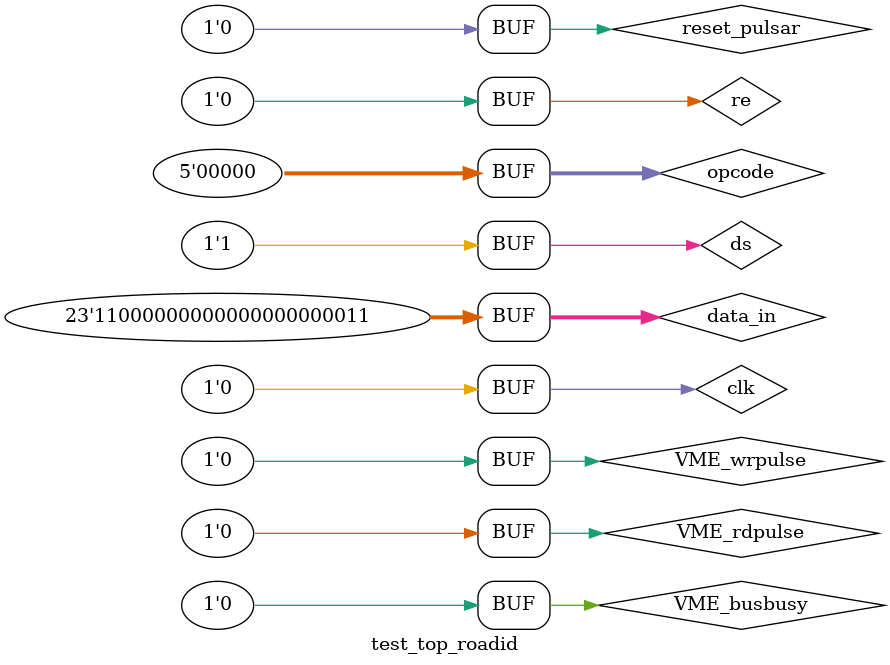
<source format=v>
`timescale 1ns / 1ps


module test_top_roadid;

	// Inputs
	reg [4:0] opcode;
	reg [22:0] data_in;
	reg clk;
	reg ds;
	reg reset_pulsar;
	reg re;
	reg VME_wrpulse;
	reg VME_rdpulse;
	reg VME_busbusy;

	// Outputs
	wire hold;
	wire [9:0] data_count;
	wire empty;
	wire [22:0] data_out;
	wire clock_out;
	wire hold_out;
	wire ds_out;
	wire valid;
	wire dv_out;
	wire locked;
	wire VME_dv;
	wire [19:0] debug;

	// Bidirs
	wire [33:0] VME_bus;

	// Instantiate the Unit Under Test (UUT)
	top uut (
		.opcode(opcode), 
		.data_in(data_in), 
		.hold(hold), 
		.clk(clk), 
		.data_count(data_count), 
		.empty(empty), 
		.ds(ds), 
		.reset_pulsar(reset_pulsar), 
		.data_out(data_out), 
		.clock_out(clock_out), 
		.hold_out(hold_out), 
		.ds_out(ds_out), 
		.re(re), 
		.valid(valid), 
		.dv_out(dv_out), 
		.locked(locked), 
		.VME_bus(VME_bus), 
		.VME_wrpulse(VME_wrpulse), 
		.VME_rdpulse(VME_rdpulse), 
		.VME_busbusy(VME_busbusy), 
		.VME_dv(VME_dv), 
		.debug(debug)
	);

	

	initial begin
		// Initialize Inputs
		opcode = 0;
		data_in = 0;
		clk = 0;
		ds = 0;
		reset_pulsar = 0;
		re = 0;
		VME_wrpulse = 0;
		VME_rdpulse = 0;
		VME_busbusy = 0;

		// Wait 100 ns for global reset to finish
		#900;
     data_in = 23'h00cc0c;
		ds = 0;
		#20 ds = 1;
		#20;
		data_in = 23'h00cc0c;
		ds = 0;
		#20 ds = 1;
		#20;
		data_in = 23'h0539da;
		ds = 0;
		#20 ds = 1;
		#20;
		data_in = 23'h0539da;
		ds = 0;
		#20 ds = 1;
		#20;
		data_in = 23'h081a25;
		ds = 0;
		#20 ds = 1;
		#20;
		data_in = 23'h0cc6c6;
		ds = 0;
		#20 ds = 1;
		#20;
		data_in = 23'h1132d6;
		ds = 0;
		#20 ds = 1;
		#20;
		data_in = 23'h15feed;
		ds = 0;
		#20 ds = 1;
		#20;
		data_in = 23'h04b68c;
		ds = 0;
		#20 ds = 1;
		#20;
		data_in = 23'h287e23;
		ds = 0;
		#20 ds = 1;
		#20;
		data_in = 23'h600001;
		ds = 0;
		#20 ds = 1;
		#20;
		data_in = 23'h600002;
		ds = 0;
		#20 ds = 1;
		#20;
////////////////////////////////////
	#700;
      data_in = 23'h00cc0c;
		ds = 0;
		#20 ds = 1;
		#20;
		data_in = 23'h0539da;
		ds = 0;
		#20 ds = 1;
		#20;
		data_in = 23'h081a25;
		ds = 0;
		#20 ds = 1;
		#20;
		data_in = 23'h0cc6c6;
		ds = 0;
		#20 ds = 1;
		#20;
		data_in = 23'h1132d6;
		ds = 0;
		#20 ds = 1;
		#20;
		data_in = 23'h15feed;
		ds = 0;
		#20 ds = 1;
		#20;
		data_in = 23'h04b68c;
		ds = 0;
		#20 ds = 1;
		#20;
		data_in = 23'h290f34;
		ds = 0;
		#20 ds = 1;
		#20;
		data_in = 23'h600003;
		ds = 0;
		#20 ds = 1;
		#20;
/*#20 data_in = 23'h0092f9; ds = 0; #20 ds = 1;
#20 data_in = 23'h05d8f0; ds = 0; #20 ds = 1;
#20 data_in = 23'h055750; ds = 0; #20 ds = 1;
#20 data_in = 23'h08bd69; ds = 0; #20 ds = 1;
#20 data_in = 23'h081988; ds = 0; #20 ds = 1;
#20 data_in = 23'h0cba47; ds = 0; #20 ds = 1;
#20 data_in = 23'h10e1d6; ds = 0; #20 ds = 1;
#20 data_in = 23'h15feed; ds = 0; #20 ds = 1;
#20 data_in = 23'h029ab2; ds = 0; #20 ds = 1;
#20 data_in = 23'h15feed; ds = 0; #20 ds = 1;
#20 data_in = 23'h0292bb; ds = 0; #20 ds = 1;
#20 data_in = 23'h3ecae6; ds = 0; #20 ds = 1;
#20 data_in = 23'h704b84; ds = 0; #20 ds = 1;
#20 data_in = 23'h0094d4; ds = 0; #20 ds = 1;
#20 data_in = 23'h00c62f; ds = 0; #20 ds = 1;
#20 data_in = 23'h04eabd; ds = 0; #20 ds = 1;
#20 data_in = 23'h056e84; ds = 0; #20 ds = 1;
#20 data_in = 23'h08f5b9; ds = 0; #20 ds = 1;
#20 data_in = 23'h093a5c; ds = 0; #20 ds = 1;
#20 data_in = 23'h0d2c1f; ds = 0; #20 ds = 1;
#20 data_in = 23'h11222c; ds = 0; #20 ds = 1;
#20 data_in = 23'h15feed; ds = 0; #20 ds = 1;
#20 data_in = 23'h02aa61; ds = 0; #20 ds = 1;
#20 data_in = 23'h15feed; ds = 0; #20 ds = 1;
#20 data_in = 23'h0315e6; ds = 0; #20 ds = 1;
#20 data_in = 23'h33e66d; ds = 0; #20 ds = 1;
#20 data_in = 23'h7f736c; ds = 0; #20 ds = 1;
#20 data_in = 23'h01ab55; ds = 0; #20 ds = 1;
#20 data_in = 23'h0413c5; ds = 0; #20 ds = 1;
#20 data_in = 23'h0473d7; ds = 0; #20 ds = 1;
#20 data_in = 23'h086b20; ds = 0; #20 ds = 1;
#20 data_in = 23'h0d175f; ds = 0; #20 ds = 1;
#20 data_in = 23'h0d75be; ds = 0; #20 ds = 1;
#20 data_in = 23'h10190d; ds = 0; #20 ds = 1;
#20 data_in = 23'h11b11f; ds = 0; #20 ds = 1;
#20 data_in = 23'h15feed; ds = 0; #20 ds = 1;
#20 data_in = 23'h00b57a; ds = 0; #20 ds = 1;
#20 data_in = 23'h2476c0; ds = 0; #20 ds = 1;
#20 data_in = 23'h6085a4; ds = 0; #20 ds = 1;
#20 data_in = 23'h0178d5; ds = 0; #20 ds = 1;
#20 data_in = 23'h05744f; ds = 0; #20 ds = 1;
#20 data_in = 23'h049f82; ds = 0; #20 ds = 1;
#20 data_in = 23'h0921fe; ds = 0; #20 ds = 1;
#20 data_in = 23'h0cf5e3; ds = 0; #20 ds = 1;
#20 data_in = 23'h1034d1; ds = 0; #20 ds = 1;
#20 data_in = 23'h15feed; ds = 0; #20 ds = 1;
#20 data_in = 23'h032a58; ds = 0; #20 ds = 1;
#20 data_in = 23'h2b844f; ds = 0; #20 ds = 1;
#20 data_in = 23'h6d8cb3; ds = 0; #20 ds = 1;
#20 data_in = 23'h000714; ds = 0; #20 ds = 1;
#20 data_in = 23'h0185f6; ds = 0; #20 ds = 1;
#20 data_in = 23'h05464e; ds = 0; #20 ds = 1;
#20 data_in = 23'h059cf0; ds = 0; #20 ds = 1;
#20 data_in = 23'h0893d7; ds = 0; #20 ds = 1;
#20 data_in = 23'h09d114; ds = 0; #20 ds = 1;
#20 data_in = 23'h0c5403; ds = 0; #20 ds = 1;
#20 data_in = 23'h116436; ds = 0; #20 ds = 1;
#20 data_in = 23'h15feed; ds = 0; #20 ds = 1;
#20 data_in = 23'h01839b; ds = 0; #20 ds = 1;
#20 data_in = 23'h15feed; ds = 0; #20 ds = 1;
#20 data_in = 23'h00110b; ds = 0; #20 ds = 1;
#20 data_in = 23'h2ebddc; ds = 0; #20 ds = 1;
#20 data_in = 23'h6f27aa; ds = 0; #20 ds = 1;
#20 data_in = 23'h018d2d; ds = 0; #20 ds = 1;
#20 data_in = 23'h047f03; ds = 0; #20 ds = 1;
#20 data_in = 23'h09af7b; ds = 0; #20 ds = 1;
#20 data_in = 23'h08f874; ds = 0; #20 ds = 1;
#20 data_in = 23'h0dfcdb; ds = 0; #20 ds = 1;
#20 data_in = 23'h0d5aba; ds = 0; #20 ds = 1;
#20 data_in = 23'h100cf4; ds = 0; #20 ds = 1;
#20 data_in = 23'h15feed; ds = 0; #20 ds = 1;
#20 data_in = 23'h035c2e; ds = 0; #20 ds = 1;
#20 data_in = 23'h15feed; ds = 0; #20 ds = 1;
#20 data_in = 23'h034d57; ds = 0; #20 ds = 1;
#20 data_in = 23'h31a6c0; ds = 0; #20 ds = 1;
#20 data_in = 23'h6611be; ds = 0; #20 ds = 1;
#20 data_in = 23'h013319; ds = 0; #20 ds = 1;
#20 data_in = 23'h00f643; ds = 0; #20 ds = 1;
#20 data_in = 23'h0589a6; ds = 0; #20 ds = 1;
#20 data_in = 23'h08acf8; ds = 0; #20 ds = 1;
#20 data_in = 23'h0d4be6; ds = 0; #20 ds = 1;
#20 data_in = 23'h0ca2ad; ds = 0; #20 ds = 1;
#20 data_in = 23'h11cf25; ds = 0; #20 ds = 1;
#20 data_in = 23'h11fc30; ds = 0; #20 ds = 1;
#20 data_in = 23'h15feed; ds = 0; #20 ds = 1;
#20 data_in = 23'h003c12; ds = 0; #20 ds = 1;
#20 data_in = 23'h15feed; ds = 0; #20 ds = 1;
#20 data_in = 23'h00445c; ds = 0; #20 ds = 1;
#20 data_in = 23'h30a342; ds = 0; #20 ds = 1;
#20 data_in = 23'h7886e2; ds = 0; #20 ds = 1;
#20 data_in = 23'h002f5a; ds = 0; #20 ds = 1;
#20 data_in = 23'h042336; ds = 0; #20 ds = 1;
#20 data_in = 23'h055d2c; ds = 0; #20 ds = 1;
#20 data_in = 23'h084cad; ds = 0; #20 ds = 1;
#20 data_in = 23'h0c75bc; ds = 0; #20 ds = 1;
#20 data_in = 23'h117e91; ds = 0; #20 ds = 1;
#20 data_in = 23'h11516a; ds = 0; #20 ds = 1;
#20 data_in = 23'h15feed; ds = 0; #20 ds = 1;
#20 data_in = 23'h031bb6; ds = 0; #20 ds = 1;
#20 data_in = 23'h15feed; ds = 0; #20 ds = 1;
#20 data_in = 23'h0141a3; ds = 0; #20 ds = 1;
#20 data_in = 23'h347481; ds = 0; #20 ds = 1;
#20 data_in = 23'h718864; ds = 0; #20 ds = 1;
#20 data_in = 23'h003d6d; ds = 0; #20 ds = 1;
#20 data_in = 23'h01e6ce; ds = 0; #20 ds = 1;
#20 data_in = 23'h05d2fd; ds = 0; #20 ds = 1;
#20 data_in = 23'h0931ef; ds = 0; #20 ds = 1;
#20 data_in = 23'h088041; ds = 0; #20 ds = 1;
#20 data_in = 23'h0cf1c0; ds = 0; #20 ds = 1;
#20 data_in = 23'h0d0ec6; ds = 0; #20 ds = 1;
#20 data_in = 23'h1110f8; ds = 0; #20 ds = 1;
#20 data_in = 23'h1000a6; ds = 0; #20 ds = 1;
#20 data_in = 23'h15feed; ds = 0; #20 ds = 1;
#20 data_in = 23'h017422; ds = 0; #20 ds = 1;
#20 data_in = 23'h30569f; ds = 0; #20 ds = 1;
#20 data_in = 23'h62397b; ds = 0; #20 ds = 1;
#20 data_in = 23'h0153ab; ds = 0; #20 ds = 1;
#20 data_in = 23'h00c975; ds = 0; #20 ds = 1;
#20 data_in = 23'h0422b4; ds = 0; #20 ds = 1;
#20 data_in = 23'h05719a; ds = 0; #20 ds = 1;
#20 data_in = 23'h09b7f6; ds = 0; #20 ds = 1;
#20 data_in = 23'h08ae97; ds = 0; #20 ds = 1;
#20 data_in = 23'h0c602f; ds = 0; #20 ds = 1;
#20 data_in = 23'h0cb110; ds = 0; #20 ds = 1;
#20 data_in = 23'h106894; ds = 0; #20 ds = 1;
#20 data_in = 23'h15feed; ds = 0; #20 ds = 1;
#20 data_in = 23'h00fc1e; ds = 0; #20 ds = 1;
#20 data_in = 23'h20edad; ds = 0; #20 ds = 1;
#20 data_in = 23'h62aaff; ds = 0; #20 ds = 1;
*/
	
		// Add stimulus here

	end


      
endmodule


</source>
